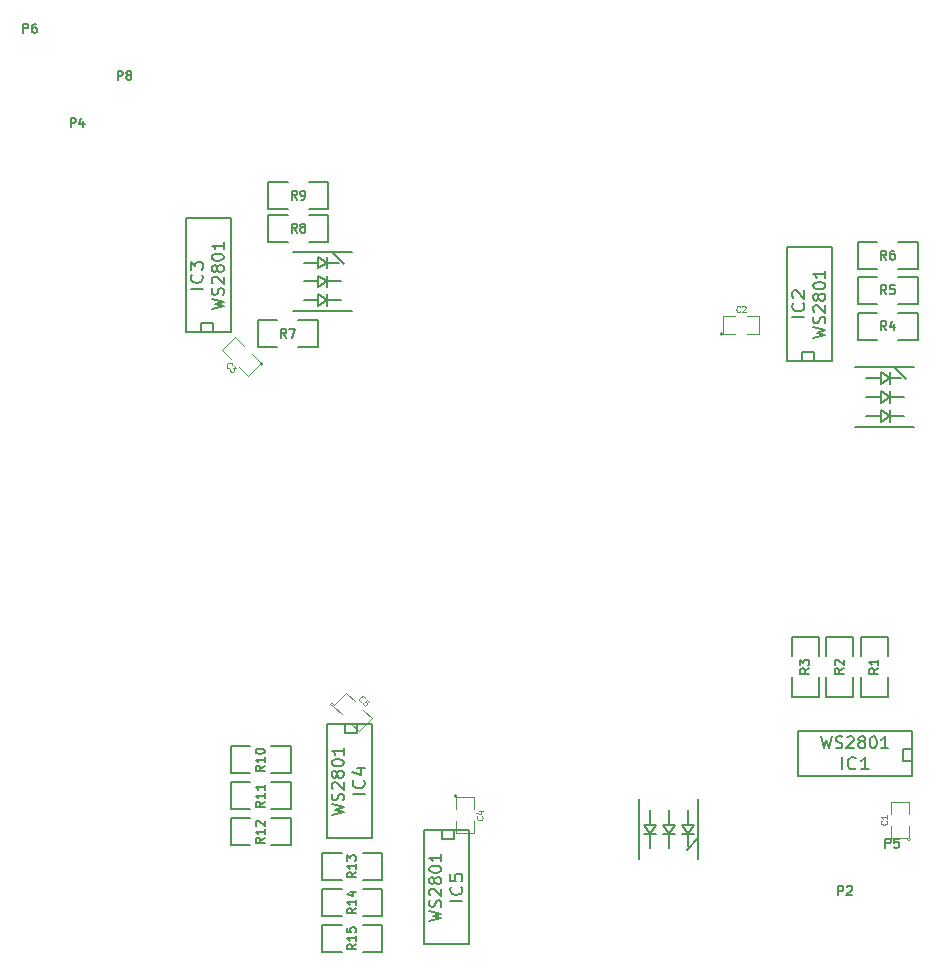
<source format=gto>
G04 (created by PCBNEW (2013-dec-23)-stable) date Sun 22 Jun 2014 10:38:52 PM CEST*
%MOIN*%
G04 Gerber Fmt 3.4, Leading zero omitted, Abs format*
%FSLAX34Y34*%
G01*
G70*
G90*
G04 APERTURE LIST*
%ADD10C,0.00590551*%
%ADD11C,0.005*%
%ADD12C,0.008*%
%ADD13C,0.0039*%
%ADD14C,0.006*%
%ADD15C,0.0043*%
G04 APERTURE END LIST*
G54D10*
G54D11*
X6700Y-23050D02*
X6700Y-23950D01*
X6700Y-23950D02*
X7350Y-23950D01*
X8050Y-23050D02*
X8700Y-23050D01*
X8700Y-23050D02*
X8700Y-23950D01*
X8700Y-23950D02*
X8050Y-23950D01*
X7350Y-23050D02*
X6700Y-23050D01*
G54D12*
X5200Y-9250D02*
X5200Y-5450D01*
X5200Y-5450D02*
X6700Y-5450D01*
X6700Y-5450D02*
X6700Y-9250D01*
X6700Y-9250D02*
X5200Y-9250D01*
X5700Y-9250D02*
X5700Y-8950D01*
X5700Y-8950D02*
X6100Y-8950D01*
X6100Y-8950D02*
X6100Y-9250D01*
X14650Y-25850D02*
X14650Y-29650D01*
X14650Y-29650D02*
X13150Y-29650D01*
X13150Y-29650D02*
X13150Y-25850D01*
X13150Y-25850D02*
X14650Y-25850D01*
X14150Y-25850D02*
X14150Y-26150D01*
X14150Y-26150D02*
X13750Y-26150D01*
X13750Y-26150D02*
X13750Y-25850D01*
X29400Y-24050D02*
X25600Y-24050D01*
X25600Y-24050D02*
X25600Y-22550D01*
X25600Y-22550D02*
X29400Y-22550D01*
X29400Y-22550D02*
X29400Y-24050D01*
X29400Y-23550D02*
X29100Y-23550D01*
X29100Y-23550D02*
X29100Y-23150D01*
X29100Y-23150D02*
X29400Y-23150D01*
X25250Y-10200D02*
X25250Y-6400D01*
X25250Y-6400D02*
X26750Y-6400D01*
X26750Y-6400D02*
X26750Y-10200D01*
X26750Y-10200D02*
X25250Y-10200D01*
X25750Y-10200D02*
X25750Y-9900D01*
X25750Y-9900D02*
X26150Y-9900D01*
X26150Y-9900D02*
X26150Y-10200D01*
X11400Y-22300D02*
X11400Y-26100D01*
X11400Y-26100D02*
X9900Y-26100D01*
X9900Y-26100D02*
X9900Y-22300D01*
X9900Y-22300D02*
X11400Y-22300D01*
X10900Y-22300D02*
X10900Y-22600D01*
X10900Y-22600D02*
X10500Y-22600D01*
X10500Y-22600D02*
X10500Y-22300D01*
G54D11*
X28600Y-19400D02*
X27700Y-19400D01*
X27700Y-19400D02*
X27700Y-20050D01*
X28600Y-20750D02*
X28600Y-21400D01*
X28600Y-21400D02*
X27700Y-21400D01*
X27700Y-21400D02*
X27700Y-20750D01*
X28600Y-20050D02*
X28600Y-19400D01*
X9950Y-6250D02*
X9950Y-5350D01*
X9950Y-5350D02*
X9300Y-5350D01*
X8600Y-6250D02*
X7950Y-6250D01*
X7950Y-6250D02*
X7950Y-5350D01*
X7950Y-5350D02*
X8600Y-5350D01*
X9300Y-6250D02*
X9950Y-6250D01*
X9950Y-5150D02*
X9950Y-4250D01*
X9950Y-4250D02*
X9300Y-4250D01*
X8600Y-5150D02*
X7950Y-5150D01*
X7950Y-5150D02*
X7950Y-4250D01*
X7950Y-4250D02*
X8600Y-4250D01*
X9300Y-5150D02*
X9950Y-5150D01*
X29600Y-9500D02*
X29600Y-8600D01*
X29600Y-8600D02*
X28950Y-8600D01*
X28250Y-9500D02*
X27600Y-9500D01*
X27600Y-9500D02*
X27600Y-8600D01*
X27600Y-8600D02*
X28250Y-8600D01*
X28950Y-9500D02*
X29600Y-9500D01*
X29600Y-7150D02*
X29600Y-6250D01*
X29600Y-6250D02*
X28950Y-6250D01*
X28250Y-7150D02*
X27600Y-7150D01*
X27600Y-7150D02*
X27600Y-6250D01*
X27600Y-6250D02*
X28250Y-6250D01*
X28950Y-7150D02*
X29600Y-7150D01*
X29600Y-8300D02*
X29600Y-7400D01*
X29600Y-7400D02*
X28950Y-7400D01*
X28250Y-8300D02*
X27600Y-8300D01*
X27600Y-8300D02*
X27600Y-7400D01*
X27600Y-7400D02*
X28250Y-7400D01*
X28950Y-8300D02*
X29600Y-8300D01*
X9600Y-9750D02*
X9600Y-8850D01*
X9600Y-8850D02*
X8950Y-8850D01*
X8250Y-9750D02*
X7600Y-9750D01*
X7600Y-9750D02*
X7600Y-8850D01*
X7600Y-8850D02*
X8250Y-8850D01*
X8950Y-9750D02*
X9600Y-9750D01*
X6700Y-24250D02*
X6700Y-25150D01*
X6700Y-25150D02*
X7350Y-25150D01*
X8050Y-24250D02*
X8700Y-24250D01*
X8700Y-24250D02*
X8700Y-25150D01*
X8700Y-25150D02*
X8050Y-25150D01*
X7350Y-24250D02*
X6700Y-24250D01*
X26300Y-19400D02*
X25400Y-19400D01*
X25400Y-19400D02*
X25400Y-20050D01*
X26300Y-20750D02*
X26300Y-21400D01*
X26300Y-21400D02*
X25400Y-21400D01*
X25400Y-21400D02*
X25400Y-20750D01*
X26300Y-20050D02*
X26300Y-19400D01*
X27450Y-19400D02*
X26550Y-19400D01*
X26550Y-19400D02*
X26550Y-20050D01*
X27450Y-20750D02*
X27450Y-21400D01*
X27450Y-21400D02*
X26550Y-21400D01*
X26550Y-21400D02*
X26550Y-20750D01*
X27450Y-20050D02*
X27450Y-19400D01*
X6700Y-25450D02*
X6700Y-26350D01*
X6700Y-26350D02*
X7350Y-26350D01*
X8050Y-25450D02*
X8700Y-25450D01*
X8700Y-25450D02*
X8700Y-26350D01*
X8700Y-26350D02*
X8050Y-26350D01*
X7350Y-25450D02*
X6700Y-25450D01*
X9750Y-27800D02*
X9750Y-28700D01*
X9750Y-28700D02*
X10400Y-28700D01*
X11100Y-27800D02*
X11750Y-27800D01*
X11750Y-27800D02*
X11750Y-28700D01*
X11750Y-28700D02*
X11100Y-28700D01*
X10400Y-27800D02*
X9750Y-27800D01*
X9750Y-29000D02*
X9750Y-29900D01*
X9750Y-29900D02*
X10400Y-29900D01*
X11100Y-29000D02*
X11750Y-29000D01*
X11750Y-29000D02*
X11750Y-29900D01*
X11750Y-29900D02*
X11100Y-29900D01*
X10400Y-29000D02*
X9750Y-29000D01*
X9750Y-26600D02*
X9750Y-27500D01*
X9750Y-27500D02*
X10400Y-27500D01*
X11100Y-26600D02*
X11750Y-26600D01*
X11750Y-26600D02*
X11750Y-27500D01*
X11750Y-27500D02*
X11100Y-27500D01*
X10400Y-26600D02*
X9750Y-26600D01*
G54D10*
X21929Y-25957D02*
X21929Y-26351D01*
X22284Y-26114D02*
X21890Y-26508D01*
X21300Y-25957D02*
X21300Y-26429D01*
X20670Y-26429D02*
X20670Y-25957D01*
X21929Y-25642D02*
X21929Y-25170D01*
X21300Y-25170D02*
X21300Y-25642D01*
X20670Y-25642D02*
X20670Y-25170D01*
X21733Y-25957D02*
X22126Y-25957D01*
X21929Y-25957D02*
X21733Y-25662D01*
X22126Y-25662D02*
X21929Y-25957D01*
X21733Y-25662D02*
X22126Y-25662D01*
X21733Y-25662D02*
X22126Y-25662D01*
X22126Y-25662D02*
X21929Y-25957D01*
X21929Y-25957D02*
X21733Y-25662D01*
X21733Y-25957D02*
X22126Y-25957D01*
X21103Y-25957D02*
X21496Y-25957D01*
X21300Y-25957D02*
X21103Y-25662D01*
X21496Y-25662D02*
X21300Y-25957D01*
X21103Y-25662D02*
X21496Y-25662D01*
X21103Y-25662D02*
X21496Y-25662D01*
X21496Y-25662D02*
X21300Y-25957D01*
X21300Y-25957D02*
X21103Y-25662D01*
X21103Y-25957D02*
X21496Y-25957D01*
X20473Y-25957D02*
X20866Y-25957D01*
X20670Y-25957D02*
X20473Y-25662D01*
X20866Y-25662D02*
X20670Y-25957D01*
X20473Y-25662D02*
X20866Y-25662D01*
X20473Y-25662D02*
X20866Y-25662D01*
X20866Y-25662D02*
X20670Y-25957D01*
X20670Y-25957D02*
X20473Y-25662D01*
X20473Y-25957D02*
X20866Y-25957D01*
X20315Y-24815D02*
X20315Y-26784D01*
X22284Y-26784D02*
X22284Y-24815D01*
X28657Y-10770D02*
X29051Y-10770D01*
X28814Y-10415D02*
X29208Y-10809D01*
X28657Y-11400D02*
X29129Y-11400D01*
X29129Y-12029D02*
X28657Y-12029D01*
X28342Y-10770D02*
X27870Y-10770D01*
X27870Y-11400D02*
X28342Y-11400D01*
X28342Y-12029D02*
X27870Y-12029D01*
X28657Y-10966D02*
X28657Y-10573D01*
X28657Y-10770D02*
X28362Y-10966D01*
X28362Y-10573D02*
X28657Y-10770D01*
X28362Y-10966D02*
X28362Y-10573D01*
X28362Y-10966D02*
X28362Y-10573D01*
X28362Y-10573D02*
X28657Y-10770D01*
X28657Y-10770D02*
X28362Y-10966D01*
X28657Y-10966D02*
X28657Y-10573D01*
X28657Y-11596D02*
X28657Y-11203D01*
X28657Y-11400D02*
X28362Y-11596D01*
X28362Y-11203D02*
X28657Y-11400D01*
X28362Y-11596D02*
X28362Y-11203D01*
X28362Y-11596D02*
X28362Y-11203D01*
X28362Y-11203D02*
X28657Y-11400D01*
X28657Y-11400D02*
X28362Y-11596D01*
X28657Y-11596D02*
X28657Y-11203D01*
X28657Y-12226D02*
X28657Y-11833D01*
X28657Y-12029D02*
X28362Y-12226D01*
X28362Y-11833D02*
X28657Y-12029D01*
X28362Y-12226D02*
X28362Y-11833D01*
X28362Y-12226D02*
X28362Y-11833D01*
X28362Y-11833D02*
X28657Y-12029D01*
X28657Y-12029D02*
X28362Y-12226D01*
X28657Y-12226D02*
X28657Y-11833D01*
X27515Y-12384D02*
X29484Y-12384D01*
X29484Y-10415D02*
X27515Y-10415D01*
X9907Y-6920D02*
X10301Y-6920D01*
X10064Y-6565D02*
X10458Y-6959D01*
X9907Y-7550D02*
X10379Y-7550D01*
X10379Y-8179D02*
X9907Y-8179D01*
X9592Y-6920D02*
X9120Y-6920D01*
X9120Y-7550D02*
X9592Y-7550D01*
X9592Y-8179D02*
X9120Y-8179D01*
X9907Y-7116D02*
X9907Y-6723D01*
X9907Y-6920D02*
X9612Y-7116D01*
X9612Y-6723D02*
X9907Y-6920D01*
X9612Y-7116D02*
X9612Y-6723D01*
X9612Y-7116D02*
X9612Y-6723D01*
X9612Y-6723D02*
X9907Y-6920D01*
X9907Y-6920D02*
X9612Y-7116D01*
X9907Y-7116D02*
X9907Y-6723D01*
X9907Y-7746D02*
X9907Y-7353D01*
X9907Y-7550D02*
X9612Y-7746D01*
X9612Y-7353D02*
X9907Y-7550D01*
X9612Y-7746D02*
X9612Y-7353D01*
X9612Y-7746D02*
X9612Y-7353D01*
X9612Y-7353D02*
X9907Y-7550D01*
X9907Y-7550D02*
X9612Y-7746D01*
X9907Y-7746D02*
X9907Y-7353D01*
X9907Y-8376D02*
X9907Y-7983D01*
X9907Y-8179D02*
X9612Y-8376D01*
X9612Y-7983D02*
X9907Y-8179D01*
X9612Y-8376D02*
X9612Y-7983D01*
X9612Y-8376D02*
X9612Y-7983D01*
X9612Y-7983D02*
X9907Y-8179D01*
X9907Y-8179D02*
X9612Y-8376D01*
X9907Y-8376D02*
X9907Y-7983D01*
X8765Y-8534D02*
X10734Y-8534D01*
X10734Y-6565D02*
X8765Y-6565D01*
G54D13*
X10128Y-21652D02*
G75*
G03X10128Y-21652I-49J0D01*
G74*
G01*
X10396Y-21970D02*
X10113Y-21687D01*
X10113Y-21687D02*
X10537Y-21263D01*
X10537Y-21263D02*
X10820Y-21546D01*
X11103Y-21829D02*
X11386Y-22112D01*
X11386Y-22112D02*
X10962Y-22536D01*
X10962Y-22536D02*
X10679Y-22253D01*
X14250Y-24700D02*
G75*
G03X14250Y-24700I-50J0D01*
G74*
G01*
X14200Y-25150D02*
X14200Y-24750D01*
X14200Y-24750D02*
X14800Y-24750D01*
X14800Y-24750D02*
X14800Y-25150D01*
X14800Y-25550D02*
X14800Y-25950D01*
X14800Y-25950D02*
X14200Y-25950D01*
X14200Y-25950D02*
X14200Y-25550D01*
X7771Y-10297D02*
G75*
G03X7771Y-10297I-49J0D01*
G74*
G01*
X7403Y-9979D02*
X7686Y-10262D01*
X7686Y-10262D02*
X7262Y-10686D01*
X7262Y-10686D02*
X6979Y-10403D01*
X6696Y-10120D02*
X6413Y-9837D01*
X6413Y-9837D02*
X6837Y-9413D01*
X6837Y-9413D02*
X7120Y-9696D01*
X23100Y-9300D02*
G75*
G03X23100Y-9300I-50J0D01*
G74*
G01*
X23500Y-9300D02*
X23100Y-9300D01*
X23100Y-9300D02*
X23100Y-8700D01*
X23100Y-8700D02*
X23500Y-8700D01*
X23900Y-8700D02*
X24300Y-8700D01*
X24300Y-8700D02*
X24300Y-9300D01*
X24300Y-9300D02*
X23900Y-9300D01*
X29350Y-26150D02*
G75*
G03X29350Y-26150I-50J0D01*
G74*
G01*
X29300Y-25700D02*
X29300Y-26100D01*
X29300Y-26100D02*
X28700Y-26100D01*
X28700Y-26100D02*
X28700Y-25700D01*
X28700Y-25300D02*
X28700Y-24900D01*
X28700Y-24900D02*
X29300Y-24900D01*
X29300Y-24900D02*
X29300Y-25300D01*
G54D11*
X7821Y-23692D02*
X7678Y-23792D01*
X7821Y-23864D02*
X7521Y-23864D01*
X7521Y-23750D01*
X7535Y-23721D01*
X7550Y-23707D01*
X7578Y-23692D01*
X7621Y-23692D01*
X7650Y-23707D01*
X7664Y-23721D01*
X7678Y-23750D01*
X7678Y-23864D01*
X7821Y-23407D02*
X7821Y-23578D01*
X7821Y-23492D02*
X7521Y-23492D01*
X7564Y-23521D01*
X7592Y-23550D01*
X7607Y-23578D01*
X7521Y-23221D02*
X7521Y-23192D01*
X7535Y-23164D01*
X7550Y-23150D01*
X7578Y-23135D01*
X7635Y-23121D01*
X7707Y-23121D01*
X7764Y-23135D01*
X7792Y-23150D01*
X7807Y-23164D01*
X7821Y-23192D01*
X7821Y-23221D01*
X7807Y-23250D01*
X7792Y-23264D01*
X7764Y-23278D01*
X7707Y-23292D01*
X7635Y-23292D01*
X7578Y-23278D01*
X7550Y-23264D01*
X7535Y-23250D01*
X7521Y-23221D01*
X5761Y-7789D02*
X5361Y-7789D01*
X5723Y-7317D02*
X5742Y-7339D01*
X5761Y-7403D01*
X5761Y-7446D01*
X5742Y-7510D01*
X5704Y-7553D01*
X5666Y-7574D01*
X5590Y-7596D01*
X5533Y-7596D01*
X5457Y-7574D01*
X5419Y-7553D01*
X5380Y-7510D01*
X5361Y-7446D01*
X5361Y-7403D01*
X5380Y-7339D01*
X5400Y-7317D01*
X5361Y-7167D02*
X5361Y-6889D01*
X5514Y-7039D01*
X5514Y-6974D01*
X5533Y-6932D01*
X5552Y-6910D01*
X5590Y-6889D01*
X5685Y-6889D01*
X5723Y-6910D01*
X5742Y-6932D01*
X5761Y-6974D01*
X5761Y-7103D01*
X5742Y-7146D01*
X5723Y-7167D01*
X6061Y-8473D02*
X6461Y-8378D01*
X6176Y-8302D01*
X6461Y-8226D01*
X6061Y-8130D01*
X6442Y-7997D02*
X6461Y-7940D01*
X6461Y-7845D01*
X6442Y-7807D01*
X6423Y-7788D01*
X6385Y-7769D01*
X6347Y-7769D01*
X6309Y-7788D01*
X6290Y-7807D01*
X6271Y-7845D01*
X6252Y-7921D01*
X6233Y-7959D01*
X6214Y-7978D01*
X6176Y-7997D01*
X6138Y-7997D01*
X6100Y-7978D01*
X6080Y-7959D01*
X6061Y-7921D01*
X6061Y-7826D01*
X6080Y-7769D01*
X6100Y-7616D02*
X6080Y-7597D01*
X6061Y-7559D01*
X6061Y-7464D01*
X6080Y-7426D01*
X6100Y-7407D01*
X6138Y-7388D01*
X6176Y-7388D01*
X6233Y-7407D01*
X6461Y-7635D01*
X6461Y-7388D01*
X6233Y-7159D02*
X6214Y-7197D01*
X6195Y-7216D01*
X6157Y-7235D01*
X6138Y-7235D01*
X6100Y-7216D01*
X6080Y-7197D01*
X6061Y-7159D01*
X6061Y-7083D01*
X6080Y-7045D01*
X6100Y-7026D01*
X6138Y-7007D01*
X6157Y-7007D01*
X6195Y-7026D01*
X6214Y-7045D01*
X6233Y-7083D01*
X6233Y-7159D01*
X6252Y-7197D01*
X6271Y-7216D01*
X6309Y-7235D01*
X6385Y-7235D01*
X6423Y-7216D01*
X6442Y-7197D01*
X6461Y-7159D01*
X6461Y-7083D01*
X6442Y-7045D01*
X6423Y-7026D01*
X6385Y-7007D01*
X6309Y-7007D01*
X6271Y-7026D01*
X6252Y-7045D01*
X6233Y-7083D01*
X6061Y-6759D02*
X6061Y-6721D01*
X6080Y-6683D01*
X6100Y-6664D01*
X6138Y-6645D01*
X6214Y-6626D01*
X6309Y-6626D01*
X6385Y-6645D01*
X6423Y-6664D01*
X6442Y-6683D01*
X6461Y-6721D01*
X6461Y-6759D01*
X6442Y-6797D01*
X6423Y-6816D01*
X6385Y-6835D01*
X6309Y-6854D01*
X6214Y-6854D01*
X6138Y-6835D01*
X6100Y-6816D01*
X6080Y-6797D01*
X6061Y-6759D01*
X6461Y-6245D02*
X6461Y-6473D01*
X6461Y-6359D02*
X6061Y-6359D01*
X6119Y-6397D01*
X6157Y-6435D01*
X6176Y-6473D01*
X14411Y-28189D02*
X14011Y-28189D01*
X14373Y-27717D02*
X14392Y-27739D01*
X14411Y-27803D01*
X14411Y-27846D01*
X14392Y-27910D01*
X14354Y-27953D01*
X14316Y-27974D01*
X14240Y-27996D01*
X14183Y-27996D01*
X14107Y-27974D01*
X14069Y-27953D01*
X14030Y-27910D01*
X14011Y-27846D01*
X14011Y-27803D01*
X14030Y-27739D01*
X14050Y-27717D01*
X14011Y-27310D02*
X14011Y-27524D01*
X14202Y-27546D01*
X14183Y-27524D01*
X14164Y-27482D01*
X14164Y-27374D01*
X14183Y-27332D01*
X14202Y-27310D01*
X14240Y-27289D01*
X14335Y-27289D01*
X14373Y-27310D01*
X14392Y-27332D01*
X14411Y-27374D01*
X14411Y-27482D01*
X14392Y-27524D01*
X14373Y-27546D01*
X13311Y-28873D02*
X13711Y-28778D01*
X13426Y-28702D01*
X13711Y-28626D01*
X13311Y-28530D01*
X13692Y-28397D02*
X13711Y-28340D01*
X13711Y-28245D01*
X13692Y-28207D01*
X13673Y-28188D01*
X13635Y-28169D01*
X13597Y-28169D01*
X13559Y-28188D01*
X13540Y-28207D01*
X13521Y-28245D01*
X13502Y-28321D01*
X13483Y-28359D01*
X13464Y-28378D01*
X13426Y-28397D01*
X13388Y-28397D01*
X13350Y-28378D01*
X13330Y-28359D01*
X13311Y-28321D01*
X13311Y-28226D01*
X13330Y-28169D01*
X13350Y-28016D02*
X13330Y-27997D01*
X13311Y-27959D01*
X13311Y-27864D01*
X13330Y-27826D01*
X13350Y-27807D01*
X13388Y-27788D01*
X13426Y-27788D01*
X13483Y-27807D01*
X13711Y-28035D01*
X13711Y-27788D01*
X13483Y-27559D02*
X13464Y-27597D01*
X13445Y-27616D01*
X13407Y-27635D01*
X13388Y-27635D01*
X13350Y-27616D01*
X13330Y-27597D01*
X13311Y-27559D01*
X13311Y-27483D01*
X13330Y-27445D01*
X13350Y-27426D01*
X13388Y-27407D01*
X13407Y-27407D01*
X13445Y-27426D01*
X13464Y-27445D01*
X13483Y-27483D01*
X13483Y-27559D01*
X13502Y-27597D01*
X13521Y-27616D01*
X13559Y-27635D01*
X13635Y-27635D01*
X13673Y-27616D01*
X13692Y-27597D01*
X13711Y-27559D01*
X13711Y-27483D01*
X13692Y-27445D01*
X13673Y-27426D01*
X13635Y-27407D01*
X13559Y-27407D01*
X13521Y-27426D01*
X13502Y-27445D01*
X13483Y-27483D01*
X13311Y-27159D02*
X13311Y-27121D01*
X13330Y-27083D01*
X13350Y-27064D01*
X13388Y-27045D01*
X13464Y-27026D01*
X13559Y-27026D01*
X13635Y-27045D01*
X13673Y-27064D01*
X13692Y-27083D01*
X13711Y-27121D01*
X13711Y-27159D01*
X13692Y-27197D01*
X13673Y-27216D01*
X13635Y-27235D01*
X13559Y-27254D01*
X13464Y-27254D01*
X13388Y-27235D01*
X13350Y-27216D01*
X13330Y-27197D01*
X13311Y-27159D01*
X13711Y-26645D02*
X13711Y-26873D01*
X13711Y-26759D02*
X13311Y-26759D01*
X13369Y-26797D01*
X13407Y-26835D01*
X13426Y-26873D01*
X27060Y-23811D02*
X27060Y-23411D01*
X27532Y-23773D02*
X27510Y-23792D01*
X27446Y-23811D01*
X27403Y-23811D01*
X27339Y-23792D01*
X27296Y-23754D01*
X27275Y-23716D01*
X27253Y-23640D01*
X27253Y-23583D01*
X27275Y-23507D01*
X27296Y-23469D01*
X27339Y-23430D01*
X27403Y-23411D01*
X27446Y-23411D01*
X27510Y-23430D01*
X27532Y-23450D01*
X27960Y-23811D02*
X27703Y-23811D01*
X27832Y-23811D02*
X27832Y-23411D01*
X27789Y-23469D01*
X27746Y-23507D01*
X27703Y-23526D01*
X26376Y-22711D02*
X26471Y-23111D01*
X26547Y-22826D01*
X26623Y-23111D01*
X26719Y-22711D01*
X26852Y-23092D02*
X26909Y-23111D01*
X27004Y-23111D01*
X27042Y-23092D01*
X27061Y-23073D01*
X27080Y-23035D01*
X27080Y-22997D01*
X27061Y-22959D01*
X27042Y-22940D01*
X27004Y-22921D01*
X26928Y-22902D01*
X26890Y-22883D01*
X26871Y-22864D01*
X26852Y-22826D01*
X26852Y-22788D01*
X26871Y-22750D01*
X26890Y-22730D01*
X26928Y-22711D01*
X27023Y-22711D01*
X27080Y-22730D01*
X27233Y-22750D02*
X27252Y-22730D01*
X27290Y-22711D01*
X27385Y-22711D01*
X27423Y-22730D01*
X27442Y-22750D01*
X27461Y-22788D01*
X27461Y-22826D01*
X27442Y-22883D01*
X27214Y-23111D01*
X27461Y-23111D01*
X27690Y-22883D02*
X27652Y-22864D01*
X27633Y-22845D01*
X27614Y-22807D01*
X27614Y-22788D01*
X27633Y-22750D01*
X27652Y-22730D01*
X27690Y-22711D01*
X27766Y-22711D01*
X27804Y-22730D01*
X27823Y-22750D01*
X27842Y-22788D01*
X27842Y-22807D01*
X27823Y-22845D01*
X27804Y-22864D01*
X27766Y-22883D01*
X27690Y-22883D01*
X27652Y-22902D01*
X27633Y-22921D01*
X27614Y-22959D01*
X27614Y-23035D01*
X27633Y-23073D01*
X27652Y-23092D01*
X27690Y-23111D01*
X27766Y-23111D01*
X27804Y-23092D01*
X27823Y-23073D01*
X27842Y-23035D01*
X27842Y-22959D01*
X27823Y-22921D01*
X27804Y-22902D01*
X27766Y-22883D01*
X28090Y-22711D02*
X28128Y-22711D01*
X28166Y-22730D01*
X28185Y-22750D01*
X28204Y-22788D01*
X28223Y-22864D01*
X28223Y-22959D01*
X28204Y-23035D01*
X28185Y-23073D01*
X28166Y-23092D01*
X28128Y-23111D01*
X28090Y-23111D01*
X28052Y-23092D01*
X28033Y-23073D01*
X28014Y-23035D01*
X27995Y-22959D01*
X27995Y-22864D01*
X28014Y-22788D01*
X28033Y-22750D01*
X28052Y-22730D01*
X28090Y-22711D01*
X28604Y-23111D02*
X28376Y-23111D01*
X28490Y-23111D02*
X28490Y-22711D01*
X28452Y-22769D01*
X28414Y-22807D01*
X28376Y-22826D01*
X25811Y-8739D02*
X25411Y-8739D01*
X25773Y-8267D02*
X25792Y-8289D01*
X25811Y-8353D01*
X25811Y-8396D01*
X25792Y-8460D01*
X25754Y-8503D01*
X25716Y-8524D01*
X25640Y-8546D01*
X25583Y-8546D01*
X25507Y-8524D01*
X25469Y-8503D01*
X25430Y-8460D01*
X25411Y-8396D01*
X25411Y-8353D01*
X25430Y-8289D01*
X25450Y-8267D01*
X25450Y-8096D02*
X25430Y-8074D01*
X25411Y-8032D01*
X25411Y-7924D01*
X25430Y-7882D01*
X25450Y-7860D01*
X25488Y-7839D01*
X25526Y-7839D01*
X25583Y-7860D01*
X25811Y-8117D01*
X25811Y-7839D01*
X26111Y-9423D02*
X26511Y-9328D01*
X26226Y-9252D01*
X26511Y-9176D01*
X26111Y-9080D01*
X26492Y-8947D02*
X26511Y-8890D01*
X26511Y-8795D01*
X26492Y-8757D01*
X26473Y-8738D01*
X26435Y-8719D01*
X26397Y-8719D01*
X26359Y-8738D01*
X26340Y-8757D01*
X26321Y-8795D01*
X26302Y-8871D01*
X26283Y-8909D01*
X26264Y-8928D01*
X26226Y-8947D01*
X26188Y-8947D01*
X26150Y-8928D01*
X26130Y-8909D01*
X26111Y-8871D01*
X26111Y-8776D01*
X26130Y-8719D01*
X26150Y-8566D02*
X26130Y-8547D01*
X26111Y-8509D01*
X26111Y-8414D01*
X26130Y-8376D01*
X26150Y-8357D01*
X26188Y-8338D01*
X26226Y-8338D01*
X26283Y-8357D01*
X26511Y-8585D01*
X26511Y-8338D01*
X26283Y-8109D02*
X26264Y-8147D01*
X26245Y-8166D01*
X26207Y-8185D01*
X26188Y-8185D01*
X26150Y-8166D01*
X26130Y-8147D01*
X26111Y-8109D01*
X26111Y-8033D01*
X26130Y-7995D01*
X26150Y-7976D01*
X26188Y-7957D01*
X26207Y-7957D01*
X26245Y-7976D01*
X26264Y-7995D01*
X26283Y-8033D01*
X26283Y-8109D01*
X26302Y-8147D01*
X26321Y-8166D01*
X26359Y-8185D01*
X26435Y-8185D01*
X26473Y-8166D01*
X26492Y-8147D01*
X26511Y-8109D01*
X26511Y-8033D01*
X26492Y-7995D01*
X26473Y-7976D01*
X26435Y-7957D01*
X26359Y-7957D01*
X26321Y-7976D01*
X26302Y-7995D01*
X26283Y-8033D01*
X26111Y-7709D02*
X26111Y-7671D01*
X26130Y-7633D01*
X26150Y-7614D01*
X26188Y-7595D01*
X26264Y-7576D01*
X26359Y-7576D01*
X26435Y-7595D01*
X26473Y-7614D01*
X26492Y-7633D01*
X26511Y-7671D01*
X26511Y-7709D01*
X26492Y-7747D01*
X26473Y-7766D01*
X26435Y-7785D01*
X26359Y-7804D01*
X26264Y-7804D01*
X26188Y-7785D01*
X26150Y-7766D01*
X26130Y-7747D01*
X26111Y-7709D01*
X26511Y-7195D02*
X26511Y-7423D01*
X26511Y-7309D02*
X26111Y-7309D01*
X26169Y-7347D01*
X26207Y-7385D01*
X26226Y-7423D01*
X11161Y-24639D02*
X10761Y-24639D01*
X11123Y-24167D02*
X11142Y-24189D01*
X11161Y-24253D01*
X11161Y-24296D01*
X11142Y-24360D01*
X11104Y-24403D01*
X11066Y-24424D01*
X10990Y-24446D01*
X10933Y-24446D01*
X10857Y-24424D01*
X10819Y-24403D01*
X10780Y-24360D01*
X10761Y-24296D01*
X10761Y-24253D01*
X10780Y-24189D01*
X10800Y-24167D01*
X10895Y-23782D02*
X11161Y-23782D01*
X10742Y-23889D02*
X11028Y-23996D01*
X11028Y-23717D01*
X10061Y-25323D02*
X10461Y-25228D01*
X10176Y-25152D01*
X10461Y-25076D01*
X10061Y-24980D01*
X10442Y-24847D02*
X10461Y-24790D01*
X10461Y-24695D01*
X10442Y-24657D01*
X10423Y-24638D01*
X10385Y-24619D01*
X10347Y-24619D01*
X10309Y-24638D01*
X10290Y-24657D01*
X10271Y-24695D01*
X10252Y-24771D01*
X10233Y-24809D01*
X10214Y-24828D01*
X10176Y-24847D01*
X10138Y-24847D01*
X10100Y-24828D01*
X10080Y-24809D01*
X10061Y-24771D01*
X10061Y-24676D01*
X10080Y-24619D01*
X10100Y-24466D02*
X10080Y-24447D01*
X10061Y-24409D01*
X10061Y-24314D01*
X10080Y-24276D01*
X10100Y-24257D01*
X10138Y-24238D01*
X10176Y-24238D01*
X10233Y-24257D01*
X10461Y-24485D01*
X10461Y-24238D01*
X10233Y-24009D02*
X10214Y-24047D01*
X10195Y-24066D01*
X10157Y-24085D01*
X10138Y-24085D01*
X10100Y-24066D01*
X10080Y-24047D01*
X10061Y-24009D01*
X10061Y-23933D01*
X10080Y-23895D01*
X10100Y-23876D01*
X10138Y-23857D01*
X10157Y-23857D01*
X10195Y-23876D01*
X10214Y-23895D01*
X10233Y-23933D01*
X10233Y-24009D01*
X10252Y-24047D01*
X10271Y-24066D01*
X10309Y-24085D01*
X10385Y-24085D01*
X10423Y-24066D01*
X10442Y-24047D01*
X10461Y-24009D01*
X10461Y-23933D01*
X10442Y-23895D01*
X10423Y-23876D01*
X10385Y-23857D01*
X10309Y-23857D01*
X10271Y-23876D01*
X10252Y-23895D01*
X10233Y-23933D01*
X10061Y-23609D02*
X10061Y-23571D01*
X10080Y-23533D01*
X10100Y-23514D01*
X10138Y-23495D01*
X10214Y-23476D01*
X10309Y-23476D01*
X10385Y-23495D01*
X10423Y-23514D01*
X10442Y-23533D01*
X10461Y-23571D01*
X10461Y-23609D01*
X10442Y-23647D01*
X10423Y-23666D01*
X10385Y-23685D01*
X10309Y-23704D01*
X10214Y-23704D01*
X10138Y-23685D01*
X10100Y-23666D01*
X10080Y-23647D01*
X10061Y-23609D01*
X10461Y-23095D02*
X10461Y-23323D01*
X10461Y-23209D02*
X10061Y-23209D01*
X10119Y-23247D01*
X10157Y-23285D01*
X10176Y-23323D01*
X28271Y-20450D02*
X28128Y-20550D01*
X28271Y-20621D02*
X27971Y-20621D01*
X27971Y-20507D01*
X27985Y-20478D01*
X28000Y-20464D01*
X28028Y-20450D01*
X28071Y-20450D01*
X28100Y-20464D01*
X28114Y-20478D01*
X28128Y-20507D01*
X28128Y-20621D01*
X28271Y-20164D02*
X28271Y-20335D01*
X28271Y-20250D02*
X27971Y-20250D01*
X28014Y-20278D01*
X28042Y-20307D01*
X28057Y-20335D01*
X8900Y-5921D02*
X8800Y-5778D01*
X8728Y-5921D02*
X8728Y-5621D01*
X8842Y-5621D01*
X8871Y-5635D01*
X8885Y-5650D01*
X8900Y-5678D01*
X8900Y-5721D01*
X8885Y-5750D01*
X8871Y-5764D01*
X8842Y-5778D01*
X8728Y-5778D01*
X9071Y-5750D02*
X9042Y-5735D01*
X9028Y-5721D01*
X9014Y-5692D01*
X9014Y-5678D01*
X9028Y-5650D01*
X9042Y-5635D01*
X9071Y-5621D01*
X9128Y-5621D01*
X9157Y-5635D01*
X9171Y-5650D01*
X9185Y-5678D01*
X9185Y-5692D01*
X9171Y-5721D01*
X9157Y-5735D01*
X9128Y-5750D01*
X9071Y-5750D01*
X9042Y-5764D01*
X9028Y-5778D01*
X9014Y-5807D01*
X9014Y-5864D01*
X9028Y-5892D01*
X9042Y-5907D01*
X9071Y-5921D01*
X9128Y-5921D01*
X9157Y-5907D01*
X9171Y-5892D01*
X9185Y-5864D01*
X9185Y-5807D01*
X9171Y-5778D01*
X9157Y-5764D01*
X9128Y-5750D01*
X8900Y-4821D02*
X8800Y-4678D01*
X8728Y-4821D02*
X8728Y-4521D01*
X8842Y-4521D01*
X8871Y-4535D01*
X8885Y-4550D01*
X8900Y-4578D01*
X8900Y-4621D01*
X8885Y-4650D01*
X8871Y-4664D01*
X8842Y-4678D01*
X8728Y-4678D01*
X9042Y-4821D02*
X9100Y-4821D01*
X9128Y-4807D01*
X9142Y-4792D01*
X9171Y-4750D01*
X9185Y-4692D01*
X9185Y-4578D01*
X9171Y-4550D01*
X9157Y-4535D01*
X9128Y-4521D01*
X9071Y-4521D01*
X9042Y-4535D01*
X9028Y-4550D01*
X9014Y-4578D01*
X9014Y-4650D01*
X9028Y-4678D01*
X9042Y-4692D01*
X9071Y-4707D01*
X9128Y-4707D01*
X9157Y-4692D01*
X9171Y-4678D01*
X9185Y-4650D01*
X28550Y-9171D02*
X28450Y-9028D01*
X28378Y-9171D02*
X28378Y-8871D01*
X28492Y-8871D01*
X28521Y-8885D01*
X28535Y-8900D01*
X28550Y-8928D01*
X28550Y-8971D01*
X28535Y-9000D01*
X28521Y-9014D01*
X28492Y-9028D01*
X28378Y-9028D01*
X28807Y-8971D02*
X28807Y-9171D01*
X28735Y-8857D02*
X28664Y-9071D01*
X28850Y-9071D01*
X28550Y-6821D02*
X28450Y-6678D01*
X28378Y-6821D02*
X28378Y-6521D01*
X28492Y-6521D01*
X28521Y-6535D01*
X28535Y-6550D01*
X28550Y-6578D01*
X28550Y-6621D01*
X28535Y-6650D01*
X28521Y-6664D01*
X28492Y-6678D01*
X28378Y-6678D01*
X28807Y-6521D02*
X28750Y-6521D01*
X28721Y-6535D01*
X28707Y-6550D01*
X28678Y-6592D01*
X28664Y-6650D01*
X28664Y-6764D01*
X28678Y-6792D01*
X28692Y-6807D01*
X28721Y-6821D01*
X28778Y-6821D01*
X28807Y-6807D01*
X28821Y-6792D01*
X28835Y-6764D01*
X28835Y-6692D01*
X28821Y-6664D01*
X28807Y-6650D01*
X28778Y-6635D01*
X28721Y-6635D01*
X28692Y-6650D01*
X28678Y-6664D01*
X28664Y-6692D01*
X28550Y-7971D02*
X28450Y-7828D01*
X28378Y-7971D02*
X28378Y-7671D01*
X28492Y-7671D01*
X28521Y-7685D01*
X28535Y-7700D01*
X28550Y-7728D01*
X28550Y-7771D01*
X28535Y-7800D01*
X28521Y-7814D01*
X28492Y-7828D01*
X28378Y-7828D01*
X28821Y-7671D02*
X28678Y-7671D01*
X28664Y-7814D01*
X28678Y-7800D01*
X28707Y-7785D01*
X28778Y-7785D01*
X28807Y-7800D01*
X28821Y-7814D01*
X28835Y-7842D01*
X28835Y-7914D01*
X28821Y-7942D01*
X28807Y-7957D01*
X28778Y-7971D01*
X28707Y-7971D01*
X28678Y-7957D01*
X28664Y-7942D01*
X8550Y-9421D02*
X8450Y-9278D01*
X8378Y-9421D02*
X8378Y-9121D01*
X8492Y-9121D01*
X8521Y-9135D01*
X8535Y-9150D01*
X8550Y-9178D01*
X8550Y-9221D01*
X8535Y-9250D01*
X8521Y-9264D01*
X8492Y-9278D01*
X8378Y-9278D01*
X8650Y-9121D02*
X8850Y-9121D01*
X8721Y-9421D01*
X7821Y-24892D02*
X7678Y-24992D01*
X7821Y-25064D02*
X7521Y-25064D01*
X7521Y-24950D01*
X7535Y-24921D01*
X7550Y-24907D01*
X7578Y-24892D01*
X7621Y-24892D01*
X7650Y-24907D01*
X7664Y-24921D01*
X7678Y-24950D01*
X7678Y-25064D01*
X7821Y-24607D02*
X7821Y-24778D01*
X7821Y-24692D02*
X7521Y-24692D01*
X7564Y-24721D01*
X7592Y-24750D01*
X7607Y-24778D01*
X7821Y-24321D02*
X7821Y-24492D01*
X7821Y-24407D02*
X7521Y-24407D01*
X7564Y-24435D01*
X7592Y-24464D01*
X7607Y-24492D01*
X25971Y-20450D02*
X25828Y-20550D01*
X25971Y-20621D02*
X25671Y-20621D01*
X25671Y-20507D01*
X25685Y-20478D01*
X25700Y-20464D01*
X25728Y-20450D01*
X25771Y-20450D01*
X25800Y-20464D01*
X25814Y-20478D01*
X25828Y-20507D01*
X25828Y-20621D01*
X25671Y-20350D02*
X25671Y-20164D01*
X25785Y-20264D01*
X25785Y-20221D01*
X25800Y-20192D01*
X25814Y-20178D01*
X25842Y-20164D01*
X25914Y-20164D01*
X25942Y-20178D01*
X25957Y-20192D01*
X25971Y-20221D01*
X25971Y-20307D01*
X25957Y-20335D01*
X25942Y-20350D01*
X27121Y-20450D02*
X26978Y-20550D01*
X27121Y-20621D02*
X26821Y-20621D01*
X26821Y-20507D01*
X26835Y-20478D01*
X26850Y-20464D01*
X26878Y-20450D01*
X26921Y-20450D01*
X26950Y-20464D01*
X26964Y-20478D01*
X26978Y-20507D01*
X26978Y-20621D01*
X26850Y-20335D02*
X26835Y-20321D01*
X26821Y-20292D01*
X26821Y-20221D01*
X26835Y-20192D01*
X26850Y-20178D01*
X26878Y-20164D01*
X26907Y-20164D01*
X26950Y-20178D01*
X27121Y-20350D01*
X27121Y-20164D01*
X7821Y-26092D02*
X7678Y-26192D01*
X7821Y-26264D02*
X7521Y-26264D01*
X7521Y-26150D01*
X7535Y-26121D01*
X7550Y-26107D01*
X7578Y-26092D01*
X7621Y-26092D01*
X7650Y-26107D01*
X7664Y-26121D01*
X7678Y-26150D01*
X7678Y-26264D01*
X7821Y-25807D02*
X7821Y-25978D01*
X7821Y-25892D02*
X7521Y-25892D01*
X7564Y-25921D01*
X7592Y-25950D01*
X7607Y-25978D01*
X7550Y-25692D02*
X7535Y-25678D01*
X7521Y-25650D01*
X7521Y-25578D01*
X7535Y-25550D01*
X7550Y-25535D01*
X7578Y-25521D01*
X7607Y-25521D01*
X7650Y-25535D01*
X7821Y-25707D01*
X7821Y-25521D01*
X10871Y-28442D02*
X10728Y-28542D01*
X10871Y-28614D02*
X10571Y-28614D01*
X10571Y-28500D01*
X10585Y-28471D01*
X10600Y-28457D01*
X10628Y-28442D01*
X10671Y-28442D01*
X10700Y-28457D01*
X10714Y-28471D01*
X10728Y-28500D01*
X10728Y-28614D01*
X10871Y-28157D02*
X10871Y-28328D01*
X10871Y-28242D02*
X10571Y-28242D01*
X10614Y-28271D01*
X10642Y-28300D01*
X10657Y-28328D01*
X10671Y-27900D02*
X10871Y-27900D01*
X10557Y-27971D02*
X10771Y-28042D01*
X10771Y-27857D01*
X10871Y-29642D02*
X10728Y-29742D01*
X10871Y-29814D02*
X10571Y-29814D01*
X10571Y-29700D01*
X10585Y-29671D01*
X10600Y-29657D01*
X10628Y-29642D01*
X10671Y-29642D01*
X10700Y-29657D01*
X10714Y-29671D01*
X10728Y-29700D01*
X10728Y-29814D01*
X10871Y-29357D02*
X10871Y-29528D01*
X10871Y-29442D02*
X10571Y-29442D01*
X10614Y-29471D01*
X10642Y-29500D01*
X10657Y-29528D01*
X10571Y-29085D02*
X10571Y-29228D01*
X10714Y-29242D01*
X10700Y-29228D01*
X10685Y-29200D01*
X10685Y-29128D01*
X10700Y-29100D01*
X10714Y-29085D01*
X10742Y-29071D01*
X10814Y-29071D01*
X10842Y-29085D01*
X10857Y-29100D01*
X10871Y-29128D01*
X10871Y-29200D01*
X10857Y-29228D01*
X10842Y-29242D01*
X10871Y-27242D02*
X10728Y-27342D01*
X10871Y-27414D02*
X10571Y-27414D01*
X10571Y-27300D01*
X10585Y-27271D01*
X10600Y-27257D01*
X10628Y-27242D01*
X10671Y-27242D01*
X10700Y-27257D01*
X10714Y-27271D01*
X10728Y-27300D01*
X10728Y-27414D01*
X10871Y-26957D02*
X10871Y-27128D01*
X10871Y-27042D02*
X10571Y-27042D01*
X10614Y-27071D01*
X10642Y-27100D01*
X10657Y-27128D01*
X10571Y-26857D02*
X10571Y-26671D01*
X10685Y-26771D01*
X10685Y-26728D01*
X10700Y-26700D01*
X10714Y-26685D01*
X10742Y-26671D01*
X10814Y-26671D01*
X10842Y-26685D01*
X10857Y-26700D01*
X10871Y-26728D01*
X10871Y-26814D01*
X10857Y-26842D01*
X10842Y-26857D01*
G54D10*
G54D14*
X2928Y-830D02*
X2928Y-530D01*
X3042Y-530D01*
X3071Y-544D01*
X3085Y-558D01*
X3099Y-587D01*
X3099Y-630D01*
X3085Y-658D01*
X3071Y-672D01*
X3042Y-687D01*
X2928Y-687D01*
X3271Y-658D02*
X3242Y-644D01*
X3228Y-630D01*
X3213Y-601D01*
X3213Y-587D01*
X3228Y-558D01*
X3242Y-544D01*
X3271Y-530D01*
X3328Y-530D01*
X3356Y-544D01*
X3371Y-558D01*
X3385Y-587D01*
X3385Y-601D01*
X3371Y-630D01*
X3356Y-644D01*
X3328Y-658D01*
X3271Y-658D01*
X3242Y-672D01*
X3228Y-687D01*
X3213Y-715D01*
X3213Y-772D01*
X3228Y-801D01*
X3242Y-815D01*
X3271Y-830D01*
X3328Y-830D01*
X3356Y-815D01*
X3371Y-801D01*
X3385Y-772D01*
X3385Y-715D01*
X3371Y-687D01*
X3356Y-672D01*
X3328Y-658D01*
X26943Y-27995D02*
X26943Y-27695D01*
X27058Y-27695D01*
X27086Y-27709D01*
X27101Y-27724D01*
X27115Y-27752D01*
X27115Y-27795D01*
X27101Y-27824D01*
X27086Y-27838D01*
X27058Y-27852D01*
X26943Y-27852D01*
X27229Y-27724D02*
X27243Y-27709D01*
X27272Y-27695D01*
X27343Y-27695D01*
X27372Y-27709D01*
X27386Y-27724D01*
X27401Y-27752D01*
X27401Y-27781D01*
X27386Y-27824D01*
X27215Y-27995D01*
X27401Y-27995D01*
X28518Y-26420D02*
X28518Y-26120D01*
X28633Y-26120D01*
X28661Y-26134D01*
X28675Y-26149D01*
X28690Y-26177D01*
X28690Y-26220D01*
X28675Y-26249D01*
X28661Y-26263D01*
X28633Y-26277D01*
X28518Y-26277D01*
X28961Y-26120D02*
X28818Y-26120D01*
X28804Y-26263D01*
X28818Y-26249D01*
X28847Y-26234D01*
X28918Y-26234D01*
X28947Y-26249D01*
X28961Y-26263D01*
X28975Y-26292D01*
X28975Y-26363D01*
X28961Y-26392D01*
X28947Y-26406D01*
X28918Y-26420D01*
X28847Y-26420D01*
X28818Y-26406D01*
X28804Y-26392D01*
X1353Y-2404D02*
X1353Y-2104D01*
X1467Y-2104D01*
X1496Y-2119D01*
X1510Y-2133D01*
X1524Y-2162D01*
X1524Y-2204D01*
X1510Y-2233D01*
X1496Y-2247D01*
X1467Y-2262D01*
X1353Y-2262D01*
X1781Y-2204D02*
X1781Y-2404D01*
X1710Y-2090D02*
X1639Y-2304D01*
X1824Y-2304D01*
X-221Y744D02*
X-221Y1044D01*
X-107Y1044D01*
X-78Y1030D01*
X-64Y1016D01*
X-50Y987D01*
X-50Y944D01*
X-64Y916D01*
X-78Y901D01*
X-107Y887D01*
X-221Y887D01*
X207Y1044D02*
X150Y1044D01*
X121Y1030D01*
X107Y1016D01*
X78Y973D01*
X64Y916D01*
X64Y801D01*
X78Y773D01*
X92Y758D01*
X121Y744D01*
X178Y744D01*
X207Y758D01*
X221Y773D01*
X235Y801D01*
X235Y873D01*
X221Y901D01*
X207Y916D01*
X178Y930D01*
X121Y930D01*
X92Y916D01*
X78Y901D01*
X64Y873D01*
G54D15*
X11045Y-21557D02*
X11032Y-21557D01*
X11005Y-21544D01*
X10992Y-21531D01*
X10979Y-21504D01*
X10979Y-21478D01*
X10985Y-21458D01*
X11005Y-21425D01*
X11025Y-21405D01*
X11058Y-21385D01*
X11078Y-21378D01*
X11105Y-21378D01*
X11131Y-21392D01*
X11145Y-21405D01*
X11158Y-21431D01*
X11158Y-21445D01*
X11297Y-21557D02*
X11231Y-21491D01*
X11158Y-21551D01*
X11171Y-21551D01*
X11191Y-21557D01*
X11224Y-21591D01*
X11231Y-21611D01*
X11231Y-21624D01*
X11224Y-21644D01*
X11191Y-21677D01*
X11171Y-21684D01*
X11158Y-21684D01*
X11138Y-21677D01*
X11105Y-21644D01*
X11098Y-21624D01*
X11098Y-21611D01*
X15072Y-25382D02*
X15082Y-25392D01*
X15091Y-25420D01*
X15091Y-25439D01*
X15082Y-25467D01*
X15063Y-25486D01*
X15044Y-25495D01*
X15007Y-25504D01*
X14978Y-25504D01*
X14941Y-25495D01*
X14922Y-25486D01*
X14903Y-25467D01*
X14894Y-25439D01*
X14894Y-25420D01*
X14903Y-25392D01*
X14913Y-25382D01*
X14960Y-25213D02*
X15091Y-25213D01*
X14885Y-25260D02*
X15025Y-25307D01*
X15025Y-25185D01*
X6621Y-10431D02*
X6608Y-10431D01*
X6581Y-10418D01*
X6568Y-10405D01*
X6555Y-10378D01*
X6555Y-10352D01*
X6562Y-10332D01*
X6581Y-10299D01*
X6601Y-10279D01*
X6635Y-10259D01*
X6654Y-10252D01*
X6681Y-10252D01*
X6707Y-10265D01*
X6721Y-10279D01*
X6734Y-10305D01*
X6734Y-10319D01*
X6794Y-10352D02*
X6880Y-10438D01*
X6780Y-10445D01*
X6800Y-10464D01*
X6807Y-10484D01*
X6807Y-10498D01*
X6800Y-10518D01*
X6767Y-10551D01*
X6747Y-10557D01*
X6734Y-10557D01*
X6714Y-10551D01*
X6674Y-10511D01*
X6668Y-10491D01*
X6668Y-10478D01*
X23667Y-8549D02*
X23657Y-8558D01*
X23629Y-8567D01*
X23610Y-8567D01*
X23582Y-8558D01*
X23563Y-8539D01*
X23554Y-8521D01*
X23545Y-8483D01*
X23545Y-8455D01*
X23554Y-8417D01*
X23563Y-8399D01*
X23582Y-8380D01*
X23610Y-8370D01*
X23629Y-8370D01*
X23657Y-8380D01*
X23667Y-8389D01*
X23742Y-8389D02*
X23751Y-8380D01*
X23770Y-8370D01*
X23817Y-8370D01*
X23836Y-8380D01*
X23845Y-8389D01*
X23854Y-8408D01*
X23854Y-8427D01*
X23845Y-8455D01*
X23732Y-8567D01*
X23854Y-8567D01*
X28549Y-25532D02*
X28558Y-25542D01*
X28567Y-25570D01*
X28567Y-25589D01*
X28558Y-25617D01*
X28539Y-25636D01*
X28521Y-25645D01*
X28483Y-25654D01*
X28455Y-25654D01*
X28417Y-25645D01*
X28399Y-25636D01*
X28380Y-25617D01*
X28370Y-25589D01*
X28370Y-25570D01*
X28380Y-25542D01*
X28389Y-25532D01*
X28567Y-25345D02*
X28567Y-25457D01*
X28567Y-25401D02*
X28370Y-25401D01*
X28399Y-25420D01*
X28417Y-25439D01*
X28427Y-25457D01*
M02*

</source>
